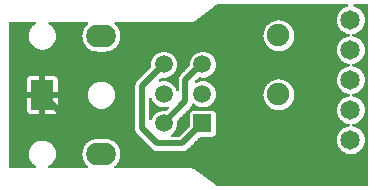
<source format=gbl>
%FSLAX33Y33*%
%MOMM*%
%AMRect-W1500000-H1500000-RO1.500*
21,1,1.5,1.5,0.,0.,90*%
%AMRR-H1920000-W2520000-R960000-RO0.000*
21,1,0.6,1.92,0.,0.,360*
1,1,1.92,-0.3,0.*
1,1,1.92,0.3,0.*
1,1,1.92,0.3,-0.*
1,1,1.92,-0.3,0.*%
%AMRect-W1650000-H1650000-RO1.000*
21,1,1.65,1.65,0.,0.,180*%
%AMRect-W1900000-H1900000-RO1.500*
21,1,1.9,1.9,0.,0.,90*%
%ADD10C,0.0508*%
%ADD11C,0.508*%
%ADD12C,1.5*%
%ADD13Rect-W1500000-H1500000-RO1.500*%
%ADD14R,1.92X2.52*%
%ADD15RR-H1920000-W2520000-R960000-RO0.000*%
%ADD16C,1.65*%
%ADD17Rect-W1650000-H1650000-RO1.000*%
%ADD18C,1.9*%
%ADD19Rect-W1900000-H1900000-RO1.500*%
D10*
%LNpour fill*%
G01*
X30908Y15908D02*
X30908Y15908D01*
X29745Y15908*
X29727Y15803*
X30007Y15705*
X30007Y15705*
X30240Y15559*
X30240Y15559*
X30434Y15365*
X30434Y15365*
X30580Y15132*
X30580Y15132*
X30671Y14873*
X30671Y14873*
X30701Y14600*
X30701Y14600*
X30671Y14327*
X30671Y14327*
X30580Y14068*
X30580Y14068*
X30434Y13835*
X30434Y13835*
X30240Y13641*
X30240Y13641*
X30007Y13495*
X30007Y13495*
X29748Y13404*
X29748Y13404*
X29588Y13387*
X29588Y13273*
X29748Y13256*
X29748Y13256*
X30007Y13165*
X30007Y13165*
X30240Y13019*
X30240Y13019*
X30434Y12825*
X30434Y12825*
X30580Y12592*
X30580Y12592*
X30671Y12333*
X30671Y12333*
X30701Y12060*
X30701Y12060*
X30671Y11787*
X30671Y11787*
X30580Y11528*
X30580Y11528*
X30434Y11295*
X30434Y11295*
X30240Y11101*
X30240Y11101*
X30007Y10955*
X30007Y10955*
X29748Y10864*
X29748Y10864*
X29588Y10847*
X29588Y10733*
X29748Y10716*
X29748Y10716*
X30007Y10625*
X30007Y10625*
X30240Y10479*
X30240Y10479*
X30434Y10285*
X30434Y10285*
X30580Y10052*
X30580Y10052*
X30671Y9793*
X30671Y9793*
X30701Y9520*
X30701Y9520*
X30671Y9247*
X30671Y9247*
X30580Y8988*
X30580Y8988*
X30434Y8755*
X30434Y8755*
X30240Y8561*
X30240Y8561*
X30007Y8415*
X30007Y8415*
X29748Y8324*
X29748Y8324*
X29588Y8307*
X29588Y8193*
X29748Y8176*
X29748Y8176*
X30007Y8085*
X30007Y8085*
X30240Y7939*
X30240Y7939*
X30434Y7745*
X30434Y7745*
X30580Y7512*
X30580Y7512*
X30671Y7253*
X30671Y7253*
X30701Y6980*
X30701Y6980*
X30671Y6707*
X30671Y6707*
X30580Y6448*
X30580Y6448*
X30434Y6215*
X30434Y6215*
X30240Y6021*
X30240Y6021*
X30007Y5875*
X30007Y5875*
X29748Y5784*
X29748Y5784*
X29588Y5767*
X29588Y5653*
X29748Y5636*
X29748Y5636*
X30007Y5545*
X30007Y5545*
X30240Y5399*
X30240Y5399*
X30434Y5205*
X30434Y5205*
X30580Y4972*
X30580Y4972*
X30671Y4713*
X30671Y4713*
X30701Y4440*
X30701Y4440*
X30671Y4167*
X30671Y4167*
X30580Y3908*
X30580Y3908*
X30434Y3675*
X30434Y3675*
X30240Y3481*
X30240Y3481*
X30007Y3335*
X30007Y3335*
X29748Y3244*
X29748Y3244*
X29475Y3214*
X29475Y3214*
X29202Y3244*
X29202Y3244*
X28943Y3335*
X28943Y3335*
X28710Y3481*
X28710Y3481*
X28516Y3675*
X28516Y3675*
X28370Y3908*
X28370Y3908*
X28279Y4167*
X28279Y4167*
X28249Y4440*
X28249Y4440*
X28279Y4713*
X28279Y4713*
X28370Y4972*
X28370Y4972*
X28516Y5205*
X28516Y5205*
X28710Y5399*
X28710Y5399*
X28943Y5545*
X28943Y5545*
X29202Y5636*
X29202Y5636*
X29362Y5653*
X29362Y5767*
X29202Y5784*
X29202Y5784*
X28943Y5875*
X28943Y5875*
X28710Y6021*
X28710Y6021*
X28516Y6215*
X28516Y6215*
X28370Y6448*
X28370Y6448*
X28279Y6707*
X28279Y6707*
X28249Y6980*
X28249Y6980*
X28279Y7253*
X28279Y7253*
X28370Y7512*
X28370Y7512*
X28516Y7745*
X28516Y7745*
X28710Y7939*
X28710Y7939*
X28943Y8085*
X28943Y8085*
X29202Y8176*
X29202Y8176*
X29362Y8193*
X29362Y8307*
X29202Y8324*
X29202Y8324*
X28943Y8415*
X28943Y8415*
X28710Y8561*
X28710Y8561*
X28516Y8755*
X28516Y8755*
X28370Y8988*
X28370Y8988*
X28279Y9247*
X28279Y9247*
X28249Y9520*
X28249Y9520*
X28279Y9793*
X28279Y9793*
X28370Y10052*
X28370Y10052*
X28516Y10285*
X28516Y10285*
X28710Y10479*
X28710Y10479*
X28943Y10625*
X28943Y10625*
X29202Y10716*
X29202Y10716*
X29362Y10733*
X29362Y10847*
X29202Y10864*
X29202Y10864*
X28943Y10955*
X28943Y10955*
X28710Y11101*
X28710Y11101*
X28516Y11295*
X28516Y11295*
X28370Y11528*
X28370Y11528*
X28279Y11787*
X28279Y11787*
X28249Y12060*
X28249Y12060*
X28279Y12333*
X28279Y12333*
X28370Y12592*
X28370Y12592*
X28516Y12825*
X28516Y12825*
X28710Y13019*
X28710Y13019*
X28943Y13165*
X28943Y13165*
X29202Y13256*
X29202Y13256*
X29362Y13273*
X29362Y13387*
X29202Y13404*
X29202Y13404*
X28943Y13495*
X28943Y13495*
X28710Y13641*
X28710Y13641*
X28516Y13835*
X28516Y13835*
X28370Y14068*
X28370Y14068*
X28279Y14327*
X28279Y14327*
X28249Y14600*
X28249Y14600*
X28279Y14873*
X28279Y14873*
X28370Y15132*
X28370Y15132*
X28516Y15365*
X28516Y15365*
X28710Y15559*
X28710Y15559*
X28943Y15705*
X28943Y15705*
X29223Y15803*
X29205Y15908*
X18197Y15908*
X16355Y14527*
X16355Y14527*
X16341Y14518*
X16329Y14508*
X16329Y14508*
X16292Y14488*
X16256Y14466*
X16256Y14466*
X16241Y14461*
X16226Y14453*
X16226Y14453*
X16186Y14441*
X16147Y14427*
X16147Y14427*
X16131Y14424*
X16115Y14420*
X16115Y14420*
X16074Y14416*
X16032Y14409*
X16032Y14409*
X16016Y14410*
X16000Y14408*
X16000Y14408*
X9513Y14408*
X9485Y14320*
X9524Y14292*
X9524Y14292*
X9692Y14124*
X9692Y14124*
X9828Y13930*
X9828Y13930*
X9928Y13715*
X9928Y13715*
X9990Y13486*
X9990Y13486*
X10010Y13250*
X10010Y13250*
X9990Y13014*
X9990Y13014*
X9928Y12785*
X9928Y12785*
X9828Y12570*
X9828Y12570*
X9692Y12376*
X9692Y12376*
X9524Y12208*
X9524Y12208*
X9330Y12072*
X9330Y12072*
X9115Y11972*
X9115Y11972*
X8886Y11910*
X8886Y11910*
X8650Y11890*
X8650Y11890*
X8050Y11890*
X8050Y11890*
X7814Y11910*
X7814Y11910*
X7585Y11972*
X7585Y11972*
X7370Y12072*
X7370Y12072*
X7176Y12208*
X7176Y12208*
X7008Y12376*
X7008Y12376*
X6872Y12570*
X6872Y12570*
X6772Y12785*
X6772Y12785*
X6710Y13014*
X6710Y13014*
X6690Y13250*
X6690Y13250*
X6710Y13486*
X6710Y13486*
X6772Y13715*
X6772Y13715*
X6872Y13930*
X6872Y13930*
X7008Y14124*
X7008Y14124*
X7176Y14292*
X7176Y14292*
X7215Y14320*
X7187Y14408*
X3916Y14408*
X3893Y14312*
X4032Y14239*
X4032Y14239*
X4249Y14047*
X4249Y14047*
X4414Y13808*
X4414Y13808*
X4516Y13537*
X4516Y13537*
X4551Y13250*
X4551Y13250*
X4516Y12963*
X4516Y12963*
X4414Y12692*
X4414Y12692*
X4249Y12453*
X4249Y12453*
X4032Y12261*
X4032Y12261*
X3776Y12127*
X3776Y12127*
X3495Y12058*
X3495Y12058*
X3205Y12058*
X3205Y12058*
X2924Y12127*
X2924Y12127*
X2668Y12261*
X2668Y12261*
X2451Y12453*
X2451Y12453*
X2286Y12692*
X2286Y12692*
X2184Y12963*
X2184Y12963*
X2149Y13250*
X2149Y13250*
X2184Y13537*
X2184Y13537*
X2286Y13808*
X2286Y13808*
X2451Y14047*
X2451Y14047*
X2668Y14239*
X2668Y14239*
X2807Y14312*
X2784Y14408*
X0592Y14408*
X0592Y2092*
X2784Y2092*
X2807Y2188*
X2668Y2261*
X2668Y2261*
X2451Y2453*
X2451Y2453*
X2286Y2692*
X2286Y2692*
X2184Y2963*
X2184Y2963*
X2149Y3250*
X2149Y3250*
X2184Y3537*
X2184Y3537*
X2286Y3808*
X2286Y3808*
X2451Y4047*
X2451Y4047*
X2668Y4239*
X2668Y4239*
X2924Y4373*
X2924Y4373*
X3205Y4442*
X3205Y4442*
X3495Y4442*
X3495Y4442*
X3776Y4373*
X3776Y4373*
X4032Y4239*
X4032Y4239*
X4249Y4047*
X4249Y4047*
X4414Y3808*
X4414Y3808*
X4516Y3537*
X4516Y3537*
X4551Y3250*
X4551Y3250*
X4516Y2963*
X4516Y2963*
X4414Y2692*
X4414Y2692*
X4249Y2453*
X4249Y2453*
X4032Y2261*
X4032Y2261*
X3893Y2188*
X3916Y2092*
X7187Y2092*
X7215Y2180*
X7176Y2208*
X7176Y2208*
X7008Y2376*
X7008Y2376*
X6872Y2570*
X6872Y2570*
X6772Y2785*
X6772Y2785*
X6710Y3014*
X6710Y3014*
X6690Y3250*
X6690Y3250*
X6710Y3486*
X6710Y3486*
X6772Y3715*
X6772Y3715*
X6872Y3930*
X6872Y3930*
X7008Y4124*
X7008Y4124*
X7176Y4292*
X7176Y4292*
X7370Y4428*
X7370Y4428*
X7585Y4528*
X7585Y4528*
X7814Y4590*
X7814Y4590*
X8050Y4610*
X8050Y4610*
X8650Y4610*
X8650Y4610*
X8886Y4590*
X8886Y4590*
X9115Y4528*
X9115Y4528*
X9330Y4428*
X9330Y4428*
X9524Y4292*
X9524Y4292*
X9692Y4124*
X9692Y4124*
X9828Y3930*
X9828Y3930*
X9928Y3715*
X9928Y3715*
X9990Y3486*
X9990Y3486*
X10010Y3250*
X10010Y3250*
X9990Y3014*
X9990Y3014*
X9928Y2785*
X9928Y2785*
X9828Y2570*
X9828Y2570*
X9692Y2376*
X9692Y2376*
X9524Y2208*
X9524Y2208*
X9485Y2180*
X9513Y2092*
X16000Y2092*
X16000Y2092*
X16016Y2090*
X16032Y2091*
X16032Y2091*
X16074Y2084*
X16115Y2080*
X16115Y2080*
X16131Y2076*
X16147Y2073*
X16147Y2073*
X16186Y2059*
X16226Y2047*
X16226Y2047*
X16241Y2039*
X16256Y2034*
X16256Y2034*
X16292Y2012*
X16329Y1992*
X16329Y1992*
X16341Y1982*
X16355Y1973*
X16355Y1973*
X18197Y0592*
X30908Y0592*
X30908Y15908*
X23375Y11924D02*
X23074Y11958D01*
X22789Y12058*
X22533Y12219*
X22319Y12433*
X22158Y12689*
X22058Y12974*
X22024Y13275*
X22058Y13576*
X22158Y13861*
X22319Y14117*
X22533Y14331*
X22789Y14492*
X23074Y14592*
X23375Y14626*
X23676Y14592*
X23961Y14492*
X24217Y14331*
X24431Y14117*
X24592Y13861*
X24692Y13576*
X24726Y13275*
X24692Y12974*
X24592Y12689*
X24431Y12433*
X24217Y12219*
X23961Y12058*
X23676Y11958*
X23375Y11924*
X15250Y3470D02*
X13100Y3470D01*
X12972Y3483*
X12849Y3520*
X12736Y3580*
X12637Y3662*
X11337Y4962*
X11255Y5061*
X11195Y5174*
X11158Y5297*
X11145Y5425*
X11145Y8975*
X11158Y9103*
X11195Y9226*
X11255Y9339*
X11337Y9438*
X12523Y10625*
X12499Y10825*
X12532Y11100*
X12631Y11360*
X12788Y11588*
X12996Y11772*
X13242Y11901*
X13511Y11968*
X13789Y11968*
X14058Y11901*
X14304Y11772*
X14512Y11588*
X14669Y11360*
X14768Y11100*
X14801Y10825*
X14768Y10550*
X14669Y10290*
X14512Y10062*
X14304Y9878*
X14058Y9749*
X13789Y9682*
X13511Y9682*
X13449Y9698*
X13250Y9499*
X13298Y9415*
X13511Y9468*
X13789Y9468*
X14058Y9401*
X14304Y9272*
X14512Y9088*
X14669Y8860*
X14741Y8671*
X14845Y8690*
X14845Y9525*
X14858Y9653*
X14895Y9776*
X14955Y9889*
X15037Y9988*
X15807Y10758*
X15799Y10825*
X15832Y11100*
X15931Y11360*
X16088Y11588*
X16296Y11772*
X16542Y11901*
X16811Y11968*
X17089Y11968*
X17358Y11901*
X17604Y11772*
X17812Y11588*
X17969Y11360*
X18068Y11100*
X18101Y10825*
X18068Y10550*
X17969Y10290*
X17812Y10062*
X17604Y9878*
X17358Y9749*
X17089Y9682*
X16811Y9682*
X16629Y9727*
X16295Y9393*
X16359Y9305*
X16542Y9401*
X16811Y9468*
X17089Y9468*
X17358Y9401*
X17604Y9272*
X17812Y9088*
X17969Y8860*
X18068Y8600*
X18101Y8325*
X18068Y8050*
X17969Y7790*
X17812Y7562*
X17604Y7378*
X17358Y7249*
X17089Y7182*
X16811Y7182*
X16542Y7249*
X16296Y7378*
X16134Y7521*
X16105Y7424*
X16045Y7311*
X15963Y7212*
X14777Y6025*
X14801Y5825*
X14768Y5550*
X14669Y5290*
X14512Y5062*
X14286Y4862*
X14317Y4780*
X14979Y4780*
X15799Y5600*
X15799Y6575*
X15804Y6638*
X15819Y6699*
X15843Y6757*
X15876Y6811*
X15916Y6859*
X15964Y6899*
X16018Y6932*
X16076Y6956*
X16137Y6971*
X16200Y6976*
X17700Y6976*
X17763Y6971*
X17824Y6956*
X17882Y6932*
X17936Y6899*
X17984Y6859*
X18024Y6811*
X18057Y6757*
X18081Y6699*
X18096Y6638*
X18101Y6575*
X18101Y5075*
X18096Y5012*
X18081Y4951*
X18057Y4893*
X18024Y4839*
X17984Y4791*
X17936Y4751*
X17882Y4718*
X17824Y4694*
X17763Y4679*
X17700Y4674*
X16725Y4674*
X15713Y3662*
X15614Y3580*
X15501Y3520*
X15378Y3483*
X15250Y3470*
X4310Y6589D02*
X3550Y6589D01*
X3550Y7090*
X3150Y7090*
X3150Y6589*
X2390Y6589*
X2327Y6594*
X2266Y6609*
X2208Y6633*
X2154Y6666*
X2106Y6706*
X2066Y6754*
X2033Y6808*
X2009Y6866*
X1994Y6927*
X1989Y6990*
X1989Y8050*
X2490Y8050*
X2490Y8450*
X1989Y8450*
X1989Y9510*
X1994Y9573*
X2009Y9634*
X2033Y9692*
X2066Y9746*
X2106Y9794*
X2154Y9834*
X2208Y9867*
X2266Y9891*
X2327Y9906*
X2390Y9911*
X3150Y9911*
X3150Y9410*
X3550Y9410*
X3550Y9911*
X4310Y9911*
X4373Y9906*
X4434Y9891*
X4492Y9867*
X4546Y9834*
X4594Y9794*
X4634Y9746*
X4667Y9692*
X4691Y9634*
X4706Y9573*
X4711Y9510*
X4711Y8450*
X4210Y8450*
X4210Y8050*
X4711Y8050*
X4711Y6990*
X4706Y6927*
X4691Y6866*
X4667Y6808*
X4634Y6754*
X4594Y6706*
X4546Y6666*
X4492Y6633*
X4434Y6609*
X4373Y6594*
X4310Y6589*
X23375Y6924D02*
X23074Y6958D01*
X22789Y7058*
X22533Y7219*
X22319Y7433*
X22158Y7689*
X22058Y7974*
X22024Y8275*
X22058Y8576*
X22158Y8861*
X22319Y9117*
X22533Y9331*
X22789Y9492*
X23074Y9592*
X23375Y9626*
X23676Y9592*
X23961Y9492*
X24217Y9331*
X24431Y9117*
X24592Y8861*
X24692Y8576*
X24726Y8275*
X24692Y7974*
X24592Y7689*
X24431Y7433*
X24217Y7219*
X23961Y7058*
X23676Y6958*
X23375Y6924*
X8495Y7058D02*
X8205Y7058D01*
X7924Y7127*
X7668Y7262*
X7451Y7454*
X7287Y7692*
X7184Y7963*
X7149Y8250*
X7184Y8537*
X7287Y8808*
X7451Y9046*
X7668Y9238*
X7924Y9373*
X8205Y9442*
X8495Y9442*
X8776Y9373*
X9032Y9238*
X9249Y9046*
X9413Y8808*
X9516Y8537*
X9551Y8250*
X9516Y7963*
X9413Y7692*
X9249Y7454*
X9032Y7262*
X8776Y7127*
X8495Y7058*
X18131Y0641D02*
X30909Y0641D01*
X18065Y0691D02*
X30909Y0691D01*
X17999Y0740D02*
X30909Y0740D01*
X17933Y0790D02*
X30909Y0790D01*
X17867Y0839D02*
X30909Y0839D01*
X17801Y0889D02*
X30909Y0889D01*
X17735Y0938D02*
X30909Y0938D01*
X17669Y0988D02*
X30909Y0988D01*
X17603Y1037D02*
X30909Y1037D01*
X17537Y1087D02*
X30909Y1087D01*
X17471Y1136D02*
X30909Y1136D01*
X17405Y1186D02*
X30909Y1186D01*
X17339Y1235D02*
X30909Y1235D01*
X17273Y1285D02*
X30909Y1285D01*
X17207Y1334D02*
X30909Y1334D01*
X17141Y1384D02*
X30909Y1384D01*
X17074Y1434D02*
X30909Y1434D01*
X17008Y1483D02*
X30909Y1483D01*
X16942Y1533D02*
X30909Y1533D01*
X16876Y1582D02*
X30909Y1582D01*
X16810Y1632D02*
X30909Y1632D01*
X16744Y1681D02*
X30909Y1681D01*
X16678Y1731D02*
X30909Y1731D01*
X16612Y1780D02*
X30909Y1780D01*
X16546Y1830D02*
X30909Y1830D01*
X16480Y1879D02*
X30909Y1879D01*
X16414Y1929D02*
X30909Y1929D01*
X16346Y1978D02*
X30909Y1978D01*
X16265Y2028D02*
X30909Y2028D01*
X16124Y2077D02*
X30909Y2077D01*
X0592Y2127D02*
X2793Y2127D01*
X3907Y2127D02*
X7199Y2127D01*
X9501Y2127D02*
X30909Y2127D01*
X0592Y2176D02*
X2805Y2176D01*
X3895Y2176D02*
X7214Y2176D01*
X9486Y2176D02*
X30909Y2176D01*
X0592Y2226D02*
X2736Y2226D01*
X3964Y2226D02*
X7158Y2226D01*
X9542Y2226D02*
X30909Y2226D01*
X0592Y2276D02*
X2652Y2276D01*
X4048Y2276D02*
X7108Y2276D01*
X9592Y2276D02*
X30909Y2276D01*
X0592Y2325D02*
X2596Y2325D01*
X4104Y2325D02*
X7059Y2325D01*
X9641Y2325D02*
X30909Y2325D01*
X0592Y2375D02*
X2540Y2375D01*
X4160Y2375D02*
X7009Y2375D01*
X9691Y2375D02*
X30909Y2375D01*
X0592Y2424D02*
X2484Y2424D01*
X4216Y2424D02*
X6974Y2424D01*
X9726Y2424D02*
X30909Y2424D01*
X0592Y2474D02*
X2437Y2474D01*
X4263Y2474D02*
X6940Y2474D01*
X9760Y2474D02*
X30909Y2474D01*
X0592Y2523D02*
X2403Y2523D01*
X4297Y2523D02*
X6905Y2523D01*
X9795Y2523D02*
X30909Y2523D01*
X0592Y2573D02*
X2369Y2573D01*
X4331Y2573D02*
X6871Y2573D01*
X9829Y2573D02*
X30909Y2573D01*
X0592Y2622D02*
X2335Y2622D01*
X4365Y2622D02*
X6848Y2622D01*
X9852Y2622D02*
X30909Y2622D01*
X0592Y2672D02*
X2300Y2672D01*
X4400Y2672D02*
X6825Y2672D01*
X9875Y2672D02*
X30909Y2672D01*
X0592Y2721D02*
X2275Y2721D01*
X4425Y2721D02*
X6802Y2721D01*
X9898Y2721D02*
X30909Y2721D01*
X0592Y2771D02*
X2257Y2771D01*
X4443Y2771D02*
X6779Y2771D01*
X9921Y2771D02*
X30909Y2771D01*
X0592Y2820D02*
X2238Y2820D01*
X4462Y2820D02*
X6763Y2820D01*
X9937Y2820D02*
X30909Y2820D01*
X0592Y2870D02*
X2219Y2870D01*
X4481Y2870D02*
X6749Y2870D01*
X9951Y2870D02*
X30909Y2870D01*
X0592Y2919D02*
X2200Y2919D01*
X4500Y2919D02*
X6736Y2919D01*
X9964Y2919D02*
X30909Y2919D01*
X0592Y2969D02*
X2183Y2969D01*
X4517Y2969D02*
X6723Y2969D01*
X9977Y2969D02*
X30909Y2969D01*
X0592Y3018D02*
X2177Y3018D01*
X4523Y3018D02*
X6710Y3018D01*
X9990Y3018D02*
X30909Y3018D01*
X0592Y3068D02*
X2171Y3068D01*
X4529Y3068D02*
X6706Y3068D01*
X9994Y3068D02*
X30909Y3068D01*
X0592Y3118D02*
X2165Y3118D01*
X4535Y3118D02*
X6702Y3118D01*
X9998Y3118D02*
X30909Y3118D01*
X0592Y3167D02*
X2159Y3167D01*
X4541Y3167D02*
X6697Y3167D01*
X10003Y3167D02*
X30909Y3167D01*
X0592Y3217D02*
X2153Y3217D01*
X4547Y3217D02*
X6693Y3217D01*
X10007Y3217D02*
X29452Y3217D01*
X29498Y3217D02*
X30909Y3217D01*
X0592Y3266D02*
X2151Y3266D01*
X4549Y3266D02*
X6691Y3266D01*
X10009Y3266D02*
X29141Y3266D01*
X29809Y3266D02*
X30909Y3266D01*
X0592Y3316D02*
X2157Y3316D01*
X4543Y3316D02*
X6696Y3316D01*
X10004Y3316D02*
X29000Y3316D01*
X29950Y3316D02*
X30909Y3316D01*
X0592Y3365D02*
X2163Y3365D01*
X4537Y3365D02*
X6700Y3365D01*
X10000Y3365D02*
X28896Y3365D01*
X30054Y3365D02*
X30909Y3365D01*
X0592Y3415D02*
X2169Y3415D01*
X4531Y3415D02*
X6704Y3415D01*
X9996Y3415D02*
X28817Y3415D01*
X30133Y3415D02*
X30909Y3415D01*
X0592Y3464D02*
X2175Y3464D01*
X4525Y3464D02*
X6709Y3464D01*
X9991Y3464D02*
X28738Y3464D01*
X30212Y3464D02*
X30909Y3464D01*
X0592Y3514D02*
X2181Y3514D01*
X4519Y3514D02*
X6718Y3514D01*
X9982Y3514D02*
X12869Y3514D01*
X15481Y3514D02*
X28678Y3514D01*
X30272Y3514D02*
X30909Y3514D01*
X0592Y3563D02*
X2194Y3563D01*
X4506Y3563D02*
X6731Y3563D01*
X9969Y3563D02*
X12768Y3563D01*
X15582Y3563D02*
X28629Y3563D01*
X30321Y3563D02*
X30909Y3563D01*
X0592Y3613D02*
X2212Y3613D01*
X4488Y3613D02*
X6745Y3613D01*
X9955Y3613D02*
X12696Y3613D01*
X15654Y3613D02*
X28579Y3613D01*
X30371Y3613D02*
X30909Y3613D01*
X0592Y3662D02*
X2231Y3662D01*
X4469Y3662D02*
X6758Y3662D01*
X9942Y3662D02*
X12636Y3662D01*
X15714Y3662D02*
X28530Y3662D01*
X30420Y3662D02*
X30909Y3662D01*
X0592Y3712D02*
X2250Y3712D01*
X4450Y3712D02*
X6771Y3712D01*
X9929Y3712D02*
X12586Y3712D01*
X15764Y3712D02*
X28494Y3712D01*
X30456Y3712D02*
X30909Y3712D01*
X0592Y3761D02*
X2269Y3761D01*
X4431Y3761D02*
X6794Y3761D01*
X9906Y3761D02*
X12537Y3761D01*
X15813Y3761D02*
X28463Y3761D01*
X30487Y3761D02*
X30909Y3761D01*
X0592Y3811D02*
X2289Y3811D01*
X4411Y3811D02*
X6817Y3811D01*
X9883Y3811D02*
X12487Y3811D01*
X15863Y3811D02*
X28431Y3811D01*
X30519Y3811D02*
X30909Y3811D01*
X0592Y3860D02*
X2323Y3860D01*
X4377Y3860D02*
X6840Y3860D01*
X9860Y3860D02*
X12438Y3860D01*
X15912Y3860D02*
X28400Y3860D01*
X30550Y3860D02*
X30909Y3860D01*
X0592Y3910D02*
X2357Y3910D01*
X4343Y3910D02*
X6863Y3910D01*
X9837Y3910D02*
X12388Y3910D01*
X15962Y3910D02*
X28370Y3910D01*
X30580Y3910D02*
X30909Y3910D01*
X0592Y3960D02*
X2391Y3960D01*
X4309Y3960D02*
X6893Y3960D01*
X9807Y3960D02*
X12339Y3960D01*
X16011Y3960D02*
X28352Y3960D01*
X30598Y3960D02*
X30909Y3960D01*
X0592Y4009D02*
X2425Y4009D01*
X4275Y4009D02*
X6928Y4009D01*
X9772Y4009D02*
X12289Y4009D01*
X16061Y4009D02*
X28335Y4009D01*
X30615Y4009D02*
X30909Y4009D01*
X0592Y4059D02*
X2465Y4059D01*
X4235Y4059D02*
X6962Y4059D01*
X9738Y4059D02*
X12240Y4059D01*
X16110Y4059D02*
X28318Y4059D01*
X30632Y4059D02*
X30909Y4059D01*
X0592Y4108D02*
X2521Y4108D01*
X4179Y4108D02*
X6997Y4108D01*
X9703Y4108D02*
X12190Y4108D01*
X16160Y4108D02*
X28300Y4108D01*
X30650Y4108D02*
X30909Y4108D01*
X0592Y4158D02*
X2577Y4158D01*
X4123Y4158D02*
X7042Y4158D01*
X9658Y4158D02*
X12141Y4158D01*
X16209Y4158D02*
X28283Y4158D01*
X30667Y4158D02*
X30909Y4158D01*
X0592Y4207D02*
X2633Y4207D01*
X4067Y4207D02*
X7091Y4207D01*
X9609Y4207D02*
X12091Y4207D01*
X16259Y4207D02*
X28275Y4207D01*
X30675Y4207D02*
X30909Y4207D01*
X0592Y4257D02*
X2703Y4257D01*
X3997Y4257D02*
X7141Y4257D01*
X9559Y4257D02*
X12042Y4257D01*
X16308Y4257D02*
X28270Y4257D01*
X30680Y4257D02*
X30909Y4257D01*
X0592Y4306D02*
X2797Y4306D01*
X3903Y4306D02*
X7196Y4306D01*
X9504Y4306D02*
X11992Y4306D01*
X16358Y4306D02*
X28264Y4306D01*
X30686Y4306D02*
X30909Y4306D01*
X0592Y4356D02*
X2891Y4356D01*
X3809Y4356D02*
X7267Y4356D01*
X9433Y4356D02*
X11943Y4356D01*
X16407Y4356D02*
X28258Y4356D01*
X30692Y4356D02*
X30909Y4356D01*
X0592Y4405D02*
X3055Y4405D01*
X3645Y4405D02*
X7338Y4405D01*
X9362Y4405D02*
X11893Y4405D01*
X16457Y4405D02*
X28253Y4405D01*
X30697Y4405D02*
X30909Y4405D01*
X0592Y4455D02*
X7428Y4455D01*
X9272Y4455D02*
X11843Y4455D01*
X16507Y4455D02*
X28251Y4455D01*
X30699Y4455D02*
X30909Y4455D01*
X0592Y4504D02*
X7534Y4504D01*
X9166Y4504D02*
X11794Y4504D01*
X16556Y4504D02*
X28256Y4504D01*
X30694Y4504D02*
X30909Y4504D01*
X0592Y4554D02*
X7682Y4554D01*
X9018Y4554D02*
X11744Y4554D01*
X16606Y4554D02*
X28262Y4554D01*
X30688Y4554D02*
X30909Y4554D01*
X0592Y4603D02*
X7975Y4603D01*
X8725Y4603D02*
X11695Y4603D01*
X16655Y4603D02*
X28267Y4603D01*
X30683Y4603D02*
X30909Y4603D01*
X0592Y4653D02*
X11645Y4653D01*
X16705Y4653D02*
X28273Y4653D01*
X30677Y4653D02*
X30909Y4653D01*
X0592Y4702D02*
X11596Y4702D01*
X17846Y4702D02*
X28279Y4702D01*
X30671Y4702D02*
X30909Y4702D01*
X0592Y4752D02*
X11546Y4752D01*
X17938Y4752D02*
X28293Y4752D01*
X30657Y4752D02*
X30909Y4752D01*
X0592Y4802D02*
X11497Y4802D01*
X14309Y4802D02*
X15000Y4802D01*
X17993Y4802D02*
X28311Y4802D01*
X30639Y4802D02*
X30909Y4802D01*
X0592Y4851D02*
X11447Y4851D01*
X14290Y4851D02*
X15049Y4851D01*
X18032Y4851D02*
X28328Y4851D01*
X30622Y4851D02*
X30909Y4851D01*
X0592Y4901D02*
X11398Y4901D01*
X14330Y4901D02*
X15099Y4901D01*
X18061Y4901D02*
X28345Y4901D01*
X30605Y4901D02*
X30909Y4901D01*
X0592Y4950D02*
X11348Y4950D01*
X14386Y4950D02*
X15148Y4950D01*
X18081Y4950D02*
X28363Y4950D01*
X30587Y4950D02*
X30909Y4950D01*
X0592Y5000D02*
X11305Y5000D01*
X14442Y5000D02*
X15198Y5000D01*
X18093Y5000D02*
X28388Y5000D01*
X30562Y5000D02*
X30909Y5000D01*
X0592Y5049D02*
X11265Y5049D01*
X14498Y5049D02*
X15248Y5049D01*
X18099Y5049D02*
X28419Y5049D01*
X30531Y5049D02*
X30909Y5049D01*
X0592Y5099D02*
X11235Y5099D01*
X14537Y5099D02*
X15297Y5099D01*
X18101Y5099D02*
X28450Y5099D01*
X30500Y5099D02*
X30909Y5099D01*
X0592Y5148D02*
X11209Y5148D01*
X14572Y5148D02*
X15347Y5148D01*
X18101Y5148D02*
X28481Y5148D01*
X30469Y5148D02*
X30909Y5148D01*
X0592Y5198D02*
X11187Y5198D01*
X14606Y5198D02*
X15396Y5198D01*
X18101Y5198D02*
X28512Y5198D01*
X30438Y5198D02*
X30909Y5198D01*
X0592Y5247D02*
X11172Y5247D01*
X14640Y5247D02*
X15446Y5247D01*
X18101Y5247D02*
X28559Y5247D01*
X30391Y5247D02*
X30909Y5247D01*
X0592Y5297D02*
X11157Y5297D01*
X14672Y5297D02*
X15495Y5297D01*
X18101Y5297D02*
X28609Y5297D01*
X30341Y5297D02*
X30909Y5297D01*
X0592Y5346D02*
X11152Y5346D01*
X14691Y5346D02*
X15545Y5346D01*
X18101Y5346D02*
X28658Y5346D01*
X30292Y5346D02*
X30909Y5346D01*
X0592Y5396D02*
X11148Y5396D01*
X14710Y5396D02*
X15594Y5396D01*
X18101Y5396D02*
X28708Y5396D01*
X30242Y5396D02*
X30909Y5396D01*
X0592Y5445D02*
X11145Y5445D01*
X14728Y5445D02*
X15644Y5445D01*
X18101Y5445D02*
X28785Y5445D01*
X30165Y5445D02*
X30909Y5445D01*
X0592Y5495D02*
X11145Y5495D01*
X14747Y5495D02*
X15693Y5495D01*
X18101Y5495D02*
X28864Y5495D01*
X30086Y5495D02*
X30909Y5495D01*
X0592Y5545D02*
X11145Y5545D01*
X14766Y5545D02*
X15743Y5545D01*
X18101Y5545D02*
X28943Y5545D01*
X30007Y5545D02*
X30909Y5545D01*
X0592Y5594D02*
X11145Y5594D01*
X14773Y5594D02*
X15792Y5594D01*
X18101Y5594D02*
X29084Y5594D01*
X29866Y5594D02*
X30909Y5594D01*
X0592Y5644D02*
X11145Y5644D01*
X14779Y5644D02*
X15799Y5644D01*
X18101Y5644D02*
X29276Y5644D01*
X29674Y5644D02*
X30909Y5644D01*
X0592Y5693D02*
X11145Y5693D01*
X14785Y5693D02*
X15799Y5693D01*
X18101Y5693D02*
X29362Y5693D01*
X29588Y5693D02*
X30909Y5693D01*
X0592Y5743D02*
X11145Y5743D01*
X14791Y5743D02*
X15799Y5743D01*
X18101Y5743D02*
X29362Y5743D01*
X29588Y5743D02*
X30909Y5743D01*
X0592Y5792D02*
X11145Y5792D01*
X14797Y5792D02*
X15799Y5792D01*
X18101Y5792D02*
X29181Y5792D01*
X29769Y5792D02*
X30909Y5792D01*
X0592Y5842D02*
X11145Y5842D01*
X14799Y5842D02*
X15799Y5842D01*
X18101Y5842D02*
X29039Y5842D01*
X29911Y5842D02*
X30909Y5842D01*
X0592Y5891D02*
X11145Y5891D01*
X14793Y5891D02*
X15799Y5891D01*
X18101Y5891D02*
X28918Y5891D01*
X30032Y5891D02*
X30909Y5891D01*
X0592Y5941D02*
X11145Y5941D01*
X14787Y5941D02*
X15799Y5941D01*
X18101Y5941D02*
X28839Y5941D01*
X30111Y5941D02*
X30909Y5941D01*
X0592Y5990D02*
X11145Y5990D01*
X14781Y5990D02*
X15799Y5990D01*
X18101Y5990D02*
X28760Y5990D01*
X30190Y5990D02*
X30909Y5990D01*
X0592Y6040D02*
X11145Y6040D01*
X14791Y6040D02*
X15799Y6040D01*
X18101Y6040D02*
X28692Y6040D01*
X30258Y6040D02*
X30909Y6040D01*
X0592Y6089D02*
X11145Y6089D01*
X14841Y6089D02*
X15799Y6089D01*
X18101Y6089D02*
X28643Y6089D01*
X30307Y6089D02*
X30909Y6089D01*
X0592Y6139D02*
X11145Y6139D01*
X14891Y6139D02*
X15799Y6139D01*
X18101Y6139D02*
X28593Y6139D01*
X30357Y6139D02*
X30909Y6139D01*
X0592Y6188D02*
X11145Y6188D01*
X14940Y6188D02*
X15799Y6188D01*
X18101Y6188D02*
X28544Y6188D01*
X30406Y6188D02*
X30909Y6188D01*
X0592Y6238D02*
X11145Y6238D01*
X14990Y6238D02*
X15799Y6238D01*
X18101Y6238D02*
X28502Y6238D01*
X30448Y6238D02*
X30909Y6238D01*
X0592Y6287D02*
X11145Y6287D01*
X15039Y6287D02*
X15799Y6287D01*
X18101Y6287D02*
X28471Y6287D01*
X30479Y6287D02*
X30909Y6287D01*
X0592Y6337D02*
X11145Y6337D01*
X15089Y6337D02*
X15799Y6337D01*
X18101Y6337D02*
X28440Y6337D01*
X30510Y6337D02*
X30909Y6337D01*
X0592Y6387D02*
X11145Y6387D01*
X15138Y6387D02*
X15799Y6387D01*
X18101Y6387D02*
X28409Y6387D01*
X30541Y6387D02*
X30909Y6387D01*
X0592Y6436D02*
X11145Y6436D01*
X15188Y6436D02*
X15799Y6436D01*
X18101Y6436D02*
X28378Y6436D01*
X30572Y6436D02*
X30909Y6436D01*
X0592Y6486D02*
X11145Y6486D01*
X15237Y6486D02*
X15799Y6486D01*
X18101Y6486D02*
X28357Y6486D01*
X30593Y6486D02*
X30909Y6486D01*
X0592Y6535D02*
X11145Y6535D01*
X15287Y6535D02*
X15799Y6535D01*
X18101Y6535D02*
X28340Y6535D01*
X30610Y6535D02*
X30909Y6535D01*
X0592Y6585D02*
X11145Y6585D01*
X15336Y6585D02*
X15800Y6585D01*
X18100Y6585D02*
X28323Y6585D01*
X30627Y6585D02*
X30909Y6585D01*
X0592Y6634D02*
X2205Y6634D01*
X3150Y6634D02*
X3550Y6634D01*
X4495Y6634D02*
X11145Y6634D01*
X15386Y6634D02*
X15803Y6634D01*
X18097Y6634D02*
X28305Y6634D01*
X30645Y6634D02*
X30909Y6634D01*
X0592Y6684D02*
X2133Y6684D01*
X3150Y6684D02*
X3550Y6684D01*
X4567Y6684D02*
X11145Y6684D01*
X15435Y6684D02*
X15815Y6684D01*
X18085Y6684D02*
X28288Y6684D01*
X30662Y6684D02*
X30909Y6684D01*
X0592Y6733D02*
X2083Y6733D01*
X3150Y6733D02*
X3550Y6733D01*
X4617Y6733D02*
X11145Y6733D01*
X15485Y6733D02*
X15833Y6733D01*
X18067Y6733D02*
X28277Y6733D01*
X30673Y6733D02*
X30909Y6733D01*
X0592Y6783D02*
X2048Y6783D01*
X3150Y6783D02*
X3550Y6783D01*
X4652Y6783D02*
X11145Y6783D01*
X15534Y6783D02*
X15858Y6783D01*
X18042Y6783D02*
X28271Y6783D01*
X30679Y6783D02*
X30909Y6783D01*
X0592Y6832D02*
X2022Y6832D01*
X3150Y6832D02*
X3550Y6832D01*
X4678Y6832D02*
X11145Y6832D01*
X15584Y6832D02*
X15894Y6832D01*
X18006Y6832D02*
X28266Y6832D01*
X30684Y6832D02*
X30909Y6832D01*
X0592Y6882D02*
X2005Y6882D01*
X3150Y6882D02*
X3550Y6882D01*
X4695Y6882D02*
X11145Y6882D01*
X15633Y6882D02*
X15943Y6882D01*
X17957Y6882D02*
X28260Y6882D01*
X30690Y6882D02*
X30909Y6882D01*
X0592Y6931D02*
X1993Y6931D01*
X3150Y6931D02*
X3550Y6931D01*
X4707Y6931D02*
X11145Y6931D01*
X15683Y6931D02*
X16016Y6931D01*
X17884Y6931D02*
X23308Y6931D01*
X23442Y6931D02*
X28254Y6931D01*
X30696Y6931D02*
X30909Y6931D01*
X0592Y6981D02*
X1989Y6981D01*
X3150Y6981D02*
X3550Y6981D01*
X4711Y6981D02*
X11145Y6981D01*
X15733Y6981D02*
X23008Y6981D01*
X23742Y6981D02*
X28249Y6981D01*
X30701Y6981D02*
X30909Y6981D01*
X0592Y7030D02*
X1989Y7030D01*
X3150Y7030D02*
X3550Y7030D01*
X4711Y7030D02*
X11145Y7030D01*
X15782Y7030D02*
X22866Y7030D01*
X23884Y7030D02*
X28255Y7030D01*
X30695Y7030D02*
X30909Y7030D01*
X0592Y7080D02*
X1989Y7080D01*
X3150Y7080D02*
X3550Y7080D01*
X4711Y7080D02*
X8114Y7080D01*
X8586Y7080D02*
X11145Y7080D01*
X15832Y7080D02*
X22753Y7080D01*
X23997Y7080D02*
X28260Y7080D01*
X30690Y7080D02*
X30909Y7080D01*
X0592Y7129D02*
X1989Y7129D01*
X4711Y7129D02*
X7919Y7129D01*
X8781Y7129D02*
X11145Y7129D01*
X15881Y7129D02*
X22674Y7129D01*
X24076Y7129D02*
X28266Y7129D01*
X30684Y7129D02*
X30909Y7129D01*
X0592Y7179D02*
X1989Y7179D01*
X4711Y7179D02*
X7825Y7179D01*
X8875Y7179D02*
X11145Y7179D01*
X15931Y7179D02*
X22595Y7179D01*
X24155Y7179D02*
X28271Y7179D01*
X30679Y7179D02*
X30909Y7179D01*
X0592Y7229D02*
X1989Y7229D01*
X4711Y7229D02*
X7730Y7229D01*
X8970Y7229D02*
X11145Y7229D01*
X15977Y7229D02*
X16623Y7229D01*
X17277Y7229D02*
X22523Y7229D01*
X24227Y7229D02*
X28277Y7229D01*
X30673Y7229D02*
X30909Y7229D01*
X0592Y7278D02*
X1989Y7278D01*
X4711Y7278D02*
X7649Y7278D01*
X9051Y7278D02*
X11145Y7278D01*
X16018Y7278D02*
X16486Y7278D01*
X17414Y7278D02*
X22473Y7278D01*
X24277Y7278D02*
X28289Y7278D01*
X30661Y7278D02*
X30909Y7278D01*
X0592Y7328D02*
X1989Y7328D01*
X4711Y7328D02*
X7593Y7328D01*
X9107Y7328D02*
X11145Y7328D01*
X16054Y7328D02*
X16391Y7328D01*
X17509Y7328D02*
X22423Y7328D01*
X24327Y7328D02*
X28306Y7328D01*
X30644Y7328D02*
X30909Y7328D01*
X0592Y7377D02*
X1989Y7377D01*
X4711Y7377D02*
X7537Y7377D01*
X9163Y7377D02*
X11145Y7377D01*
X16080Y7377D02*
X16297Y7377D01*
X17603Y7377D02*
X22374Y7377D01*
X24376Y7377D02*
X28323Y7377D01*
X30627Y7377D02*
X30909Y7377D01*
X0592Y7427D02*
X1989Y7427D01*
X4711Y7427D02*
X7481Y7427D01*
X9219Y7427D02*
X11145Y7427D01*
X16106Y7427D02*
X16241Y7427D01*
X17659Y7427D02*
X22324Y7427D01*
X24426Y7427D02*
X28341Y7427D01*
X30609Y7427D02*
X30909Y7427D01*
X0592Y7476D02*
X1989Y7476D01*
X4711Y7476D02*
X7435Y7476D01*
X9265Y7476D02*
X11145Y7476D01*
X16121Y7476D02*
X16185Y7476D01*
X17715Y7476D02*
X22291Y7476D01*
X24459Y7476D02*
X28358Y7476D01*
X30592Y7476D02*
X30909Y7476D01*
X0592Y7526D02*
X1989Y7526D01*
X4711Y7526D02*
X7401Y7526D01*
X9299Y7526D02*
X11145Y7526D01*
X17771Y7526D02*
X22260Y7526D01*
X24490Y7526D02*
X28379Y7526D01*
X30571Y7526D02*
X30909Y7526D01*
X0592Y7575D02*
X1989Y7575D01*
X4711Y7575D02*
X7367Y7575D01*
X9333Y7575D02*
X11145Y7575D01*
X17821Y7575D02*
X22229Y7575D01*
X24521Y7575D02*
X28410Y7575D01*
X30540Y7575D02*
X30909Y7575D01*
X0592Y7625D02*
X1989Y7625D01*
X4711Y7625D02*
X7333Y7625D01*
X9367Y7625D02*
X11145Y7625D01*
X17855Y7625D02*
X22198Y7625D01*
X24552Y7625D02*
X28441Y7625D01*
X30509Y7625D02*
X30909Y7625D01*
X0592Y7674D02*
X1989Y7674D01*
X4711Y7674D02*
X7298Y7674D01*
X9402Y7674D02*
X11145Y7674D01*
X17890Y7674D02*
X22167Y7674D01*
X24583Y7674D02*
X28472Y7674D01*
X30478Y7674D02*
X30909Y7674D01*
X0592Y7724D02*
X1989Y7724D01*
X4711Y7724D02*
X7274Y7724D01*
X9426Y7724D02*
X11145Y7724D01*
X17924Y7724D02*
X22145Y7724D01*
X24605Y7724D02*
X28504Y7724D01*
X30446Y7724D02*
X30909Y7724D01*
X0592Y7773D02*
X1989Y7773D01*
X4711Y7773D02*
X7255Y7773D01*
X9445Y7773D02*
X11145Y7773D01*
X17958Y7773D02*
X22128Y7773D01*
X24622Y7773D02*
X28545Y7773D01*
X30405Y7773D02*
X30909Y7773D01*
X0592Y7823D02*
X1989Y7823D01*
X4711Y7823D02*
X7237Y7823D01*
X9463Y7823D02*
X11145Y7823D01*
X17982Y7823D02*
X22111Y7823D01*
X24639Y7823D02*
X28595Y7823D01*
X30355Y7823D02*
X30909Y7823D01*
X0592Y7872D02*
X1989Y7872D01*
X4711Y7872D02*
X7218Y7872D01*
X9482Y7872D02*
X11145Y7872D01*
X18001Y7872D02*
X22093Y7872D01*
X24657Y7872D02*
X28644Y7872D01*
X30306Y7872D02*
X30909Y7872D01*
X0592Y7922D02*
X1989Y7922D01*
X4711Y7922D02*
X7199Y7922D01*
X9501Y7922D02*
X11145Y7922D01*
X18019Y7922D02*
X22076Y7922D01*
X24674Y7922D02*
X28694Y7922D01*
X30256Y7922D02*
X30909Y7922D01*
X0592Y7971D02*
X1989Y7971D01*
X4711Y7971D02*
X7183Y7971D01*
X9517Y7971D02*
X11145Y7971D01*
X18038Y7971D02*
X22059Y7971D01*
X24691Y7971D02*
X28763Y7971D01*
X30187Y7971D02*
X30909Y7971D01*
X0592Y8021D02*
X1989Y8021D01*
X4711Y8021D02*
X7177Y8021D01*
X9523Y8021D02*
X11145Y8021D01*
X18057Y8021D02*
X22052Y8021D01*
X24698Y8021D02*
X28842Y8021D01*
X30108Y8021D02*
X30909Y8021D01*
X0592Y8071D02*
X2490Y8071D01*
X4210Y8071D02*
X7171Y8071D01*
X9529Y8071D02*
X11145Y8071D01*
X18070Y8071D02*
X22047Y8071D01*
X24703Y8071D02*
X28921Y8071D01*
X30029Y8071D02*
X30909Y8071D01*
X0592Y8120D02*
X2490Y8120D01*
X4210Y8120D02*
X7165Y8120D01*
X9535Y8120D02*
X11145Y8120D01*
X18076Y8120D02*
X22041Y8120D01*
X24709Y8120D02*
X29044Y8120D01*
X29906Y8120D02*
X30909Y8120D01*
X0592Y8170D02*
X2490Y8170D01*
X4210Y8170D02*
X7159Y8170D01*
X9541Y8170D02*
X11145Y8170D01*
X18082Y8170D02*
X22036Y8170D01*
X24714Y8170D02*
X29186Y8170D01*
X29764Y8170D02*
X30909Y8170D01*
X0592Y8219D02*
X2490Y8219D01*
X4210Y8219D02*
X7152Y8219D01*
X9548Y8219D02*
X11145Y8219D01*
X18088Y8219D02*
X22030Y8219D01*
X24720Y8219D02*
X29362Y8219D01*
X29588Y8219D02*
X30909Y8219D01*
X0592Y8269D02*
X2490Y8269D01*
X4210Y8269D02*
X7151Y8269D01*
X9549Y8269D02*
X11145Y8269D01*
X18094Y8269D02*
X22024Y8269D01*
X24726Y8269D02*
X29362Y8269D01*
X29588Y8269D02*
X30909Y8269D01*
X0592Y8318D02*
X2490Y8318D01*
X4210Y8318D02*
X7157Y8318D01*
X9543Y8318D02*
X11145Y8318D01*
X18100Y8318D02*
X22029Y8318D01*
X24721Y8318D02*
X29260Y8318D01*
X29690Y8318D02*
X30909Y8318D01*
X0592Y8368D02*
X2490Y8368D01*
X4210Y8368D02*
X7163Y8368D01*
X9537Y8368D02*
X11145Y8368D01*
X18096Y8368D02*
X22034Y8368D01*
X24716Y8368D02*
X29079Y8368D01*
X29871Y8368D02*
X30909Y8368D01*
X0592Y8417D02*
X2490Y8417D01*
X4210Y8417D02*
X7169Y8417D01*
X9531Y8417D02*
X11145Y8417D01*
X18090Y8417D02*
X22040Y8417D01*
X24710Y8417D02*
X28940Y8417D01*
X30010Y8417D02*
X30909Y8417D01*
X0592Y8467D02*
X1989Y8467D01*
X4711Y8467D02*
X7175Y8467D01*
X9525Y8467D02*
X11145Y8467D01*
X18084Y8467D02*
X22045Y8467D01*
X24705Y8467D02*
X28861Y8467D01*
X30089Y8467D02*
X30909Y8467D01*
X0592Y8516D02*
X1989Y8516D01*
X4711Y8516D02*
X7181Y8516D01*
X9519Y8516D02*
X11145Y8516D01*
X18078Y8516D02*
X22051Y8516D01*
X24699Y8516D02*
X28782Y8516D01*
X30168Y8516D02*
X30909Y8516D01*
X0592Y8566D02*
X1989Y8566D01*
X4711Y8566D02*
X7194Y8566D01*
X9506Y8566D02*
X11145Y8566D01*
X18072Y8566D02*
X22057Y8566D01*
X24693Y8566D02*
X28706Y8566D01*
X30244Y8566D02*
X30909Y8566D01*
X0592Y8615D02*
X1989Y8615D01*
X4711Y8615D02*
X7213Y8615D01*
X9487Y8615D02*
X11145Y8615D01*
X18062Y8615D02*
X22072Y8615D01*
X24678Y8615D02*
X28657Y8615D01*
X30293Y8615D02*
X30909Y8615D01*
X0592Y8665D02*
X1989Y8665D01*
X4711Y8665D02*
X7232Y8665D01*
X9468Y8665D02*
X11145Y8665D01*
X18043Y8665D02*
X22089Y8665D01*
X24661Y8665D02*
X28607Y8665D01*
X30343Y8665D02*
X30909Y8665D01*
X0592Y8714D02*
X1989Y8714D01*
X4711Y8714D02*
X7251Y8714D01*
X9449Y8714D02*
X11145Y8714D01*
X14725Y8714D02*
X14845Y8714D01*
X18025Y8714D02*
X22106Y8714D01*
X24644Y8714D02*
X28558Y8714D01*
X30392Y8714D02*
X30909Y8714D01*
X0592Y8764D02*
X1989Y8764D01*
X4711Y8764D02*
X7270Y8764D01*
X9430Y8764D02*
X11145Y8764D01*
X14706Y8764D02*
X14845Y8764D01*
X18006Y8764D02*
X22124Y8764D01*
X24626Y8764D02*
X28511Y8764D01*
X30439Y8764D02*
X30909Y8764D01*
X0592Y8813D02*
X1989Y8813D01*
X4711Y8813D02*
X7290Y8813D01*
X9410Y8813D02*
X11145Y8813D01*
X14687Y8813D02*
X14845Y8813D01*
X17987Y8813D02*
X22141Y8813D01*
X24609Y8813D02*
X28480Y8813D01*
X30470Y8813D02*
X30909Y8813D01*
X0592Y8863D02*
X1989Y8863D01*
X4711Y8863D02*
X7324Y8863D01*
X9376Y8863D02*
X11145Y8863D01*
X14667Y8863D02*
X14845Y8863D01*
X17967Y8863D02*
X22159Y8863D01*
X24591Y8863D02*
X28449Y8863D01*
X30501Y8863D02*
X30909Y8863D01*
X0592Y8913D02*
X1989Y8913D01*
X4711Y8913D02*
X7358Y8913D01*
X9342Y8913D02*
X11145Y8913D01*
X14633Y8913D02*
X14845Y8913D01*
X17933Y8913D02*
X22190Y8913D01*
X24560Y8913D02*
X28418Y8913D01*
X30532Y8913D02*
X30909Y8913D01*
X0592Y8962D02*
X1989Y8962D01*
X4711Y8962D02*
X7393Y8962D01*
X9307Y8962D02*
X11145Y8962D01*
X14599Y8962D02*
X14845Y8962D01*
X17899Y8962D02*
X22221Y8962D01*
X24529Y8962D02*
X28387Y8962D01*
X30563Y8962D02*
X30909Y8962D01*
X0592Y9012D02*
X1989Y9012D01*
X4711Y9012D02*
X7427Y9012D01*
X9273Y9012D02*
X11148Y9012D01*
X14565Y9012D02*
X14845Y9012D01*
X17865Y9012D02*
X22252Y9012D01*
X24498Y9012D02*
X28362Y9012D01*
X30588Y9012D02*
X30909Y9012D01*
X0592Y9061D02*
X1989Y9061D01*
X4711Y9061D02*
X7467Y9061D01*
X9233Y9061D02*
X11153Y9061D01*
X14531Y9061D02*
X14845Y9061D01*
X17831Y9061D02*
X22283Y9061D01*
X24467Y9061D02*
X28345Y9061D01*
X30605Y9061D02*
X30909Y9061D01*
X0592Y9111D02*
X1989Y9111D01*
X4711Y9111D02*
X7523Y9111D01*
X9177Y9111D02*
X11160Y9111D01*
X14487Y9111D02*
X14845Y9111D01*
X17787Y9111D02*
X22314Y9111D01*
X24436Y9111D02*
X28328Y9111D01*
X30622Y9111D02*
X30909Y9111D01*
X0592Y9160D02*
X1989Y9160D01*
X4711Y9160D02*
X7579Y9160D01*
X9121Y9160D02*
X11175Y9160D01*
X14431Y9160D02*
X14845Y9160D01*
X17731Y9160D02*
X22361Y9160D01*
X24389Y9160D02*
X28310Y9160D01*
X30640Y9160D02*
X30909Y9160D01*
X0592Y9210D02*
X1989Y9210D01*
X4711Y9210D02*
X7635Y9210D01*
X9065Y9210D02*
X11190Y9210D01*
X14375Y9210D02*
X14845Y9210D01*
X17675Y9210D02*
X22411Y9210D01*
X24339Y9210D02*
X28293Y9210D01*
X30657Y9210D02*
X30909Y9210D01*
X0592Y9259D02*
X1989Y9259D01*
X4711Y9259D02*
X7707Y9259D01*
X8993Y9259D02*
X11213Y9259D01*
X14319Y9259D02*
X14845Y9259D01*
X17619Y9259D02*
X22460Y9259D01*
X24290Y9259D02*
X28278Y9259D01*
X30672Y9259D02*
X30909Y9259D01*
X0592Y9309D02*
X1989Y9309D01*
X4711Y9309D02*
X7801Y9309D01*
X8899Y9309D02*
X11239Y9309D01*
X14235Y9309D02*
X14845Y9309D01*
X16357Y9309D02*
X16365Y9309D01*
X17535Y9309D02*
X22510Y9309D01*
X24240Y9309D02*
X28273Y9309D01*
X30677Y9309D02*
X30909Y9309D01*
X0592Y9358D02*
X1989Y9358D01*
X4711Y9358D02*
X7896Y9358D01*
X8804Y9358D02*
X11271Y9358D01*
X14140Y9358D02*
X14845Y9358D01*
X16321Y9358D02*
X16460Y9358D01*
X17440Y9358D02*
X22575Y9358D01*
X24175Y9358D02*
X28267Y9358D01*
X30683Y9358D02*
X30909Y9358D01*
X0592Y9408D02*
X1989Y9408D01*
X4711Y9408D02*
X8065Y9408D01*
X8635Y9408D02*
X11312Y9408D01*
X14032Y9408D02*
X14845Y9408D01*
X16310Y9408D02*
X16568Y9408D01*
X17332Y9408D02*
X22654Y9408D01*
X24096Y9408D02*
X28262Y9408D01*
X30688Y9408D02*
X30909Y9408D01*
X0592Y9457D02*
X1989Y9457D01*
X3150Y9457D02*
X3550Y9457D01*
X4711Y9457D02*
X11356Y9457D01*
X13274Y9457D02*
X13469Y9457D01*
X13831Y9457D02*
X14845Y9457D01*
X16359Y9457D02*
X16769Y9457D01*
X17131Y9457D02*
X22733Y9457D01*
X24017Y9457D02*
X28256Y9457D01*
X30694Y9457D02*
X30909Y9457D01*
X0592Y9507D02*
X1989Y9507D01*
X3150Y9507D02*
X3550Y9507D01*
X4711Y9507D02*
X11405Y9507D01*
X13259Y9507D02*
X14845Y9507D01*
X16409Y9507D02*
X22830Y9507D01*
X23920Y9507D02*
X28250Y9507D01*
X30700Y9507D02*
X30909Y9507D01*
X0592Y9556D02*
X1992Y9556D01*
X3150Y9556D02*
X3550Y9556D01*
X4708Y9556D02*
X11455Y9556D01*
X13308Y9556D02*
X14848Y9556D01*
X16458Y9556D02*
X22972Y9556D01*
X23778Y9556D02*
X28253Y9556D01*
X30697Y9556D02*
X30909Y9556D01*
X0592Y9606D02*
X2002Y9606D01*
X3150Y9606D02*
X3550Y9606D01*
X4698Y9606D02*
X11504Y9606D01*
X13358Y9606D02*
X14853Y9606D01*
X16508Y9606D02*
X23195Y9606D01*
X23555Y9606D02*
X28259Y9606D01*
X30691Y9606D02*
X30909Y9606D01*
X0592Y9655D02*
X2017Y9655D01*
X3150Y9655D02*
X3550Y9655D01*
X4683Y9655D02*
X11554Y9655D01*
X13407Y9655D02*
X14858Y9655D01*
X16557Y9655D02*
X28264Y9655D01*
X30686Y9655D02*
X30909Y9655D01*
X0592Y9705D02*
X2040Y9705D01*
X3150Y9705D02*
X3550Y9705D01*
X4660Y9705D02*
X11603Y9705D01*
X13882Y9705D02*
X14873Y9705D01*
X16607Y9705D02*
X16718Y9705D01*
X17182Y9705D02*
X28270Y9705D01*
X30680Y9705D02*
X30909Y9705D01*
X0592Y9755D02*
X2073Y9755D01*
X3150Y9755D02*
X3550Y9755D01*
X4627Y9755D02*
X11653Y9755D01*
X14070Y9755D02*
X14888Y9755D01*
X17370Y9755D02*
X28275Y9755D01*
X30675Y9755D02*
X30909Y9755D01*
X0592Y9804D02*
X2118Y9804D01*
X3150Y9804D02*
X3550Y9804D01*
X4582Y9804D02*
X11702Y9804D01*
X14164Y9804D02*
X14910Y9804D01*
X17464Y9804D02*
X28284Y9804D01*
X30666Y9804D02*
X30909Y9804D01*
X0592Y9854D02*
X2185Y9854D01*
X3150Y9854D02*
X3550Y9854D01*
X4515Y9854D02*
X11752Y9854D01*
X14258Y9854D02*
X14936Y9854D01*
X17558Y9854D02*
X28301Y9854D01*
X30649Y9854D02*
X30909Y9854D01*
X0592Y9903D02*
X2314Y9903D01*
X3150Y9903D02*
X3550Y9903D01*
X4386Y9903D02*
X11801Y9903D01*
X14333Y9903D02*
X14967Y9903D01*
X17633Y9903D02*
X28318Y9903D01*
X30632Y9903D02*
X30909Y9903D01*
X0592Y9953D02*
X11851Y9953D01*
X14389Y9953D02*
X15007Y9953D01*
X17689Y9953D02*
X28336Y9953D01*
X30614Y9953D02*
X30909Y9953D01*
X0592Y10002D02*
X11901Y10002D01*
X14445Y10002D02*
X15051Y10002D01*
X17745Y10002D02*
X28353Y10002D01*
X30597Y10002D02*
X30909Y10002D01*
X0592Y10052D02*
X11950Y10052D01*
X14501Y10052D02*
X15100Y10052D01*
X17801Y10052D02*
X28370Y10052D01*
X30580Y10052D02*
X30909Y10052D01*
X0592Y10101D02*
X12000Y10101D01*
X14539Y10101D02*
X15150Y10101D01*
X17839Y10101D02*
X28401Y10101D01*
X30549Y10101D02*
X30909Y10101D01*
X0592Y10151D02*
X12049Y10151D01*
X14573Y10151D02*
X15199Y10151D01*
X17873Y10151D02*
X28433Y10151D01*
X30517Y10151D02*
X30909Y10151D01*
X0592Y10200D02*
X12099Y10200D01*
X14607Y10200D02*
X15249Y10200D01*
X17907Y10200D02*
X28464Y10200D01*
X30486Y10200D02*
X30909Y10200D01*
X0592Y10250D02*
X12148Y10250D01*
X14642Y10250D02*
X15298Y10250D01*
X17942Y10250D02*
X28495Y10250D01*
X30455Y10250D02*
X30909Y10250D01*
X0592Y10299D02*
X12198Y10299D01*
X14673Y10299D02*
X15348Y10299D01*
X17973Y10299D02*
X28531Y10299D01*
X30419Y10299D02*
X30909Y10299D01*
X0592Y10349D02*
X12247Y10349D01*
X14692Y10349D02*
X15397Y10349D01*
X17992Y10349D02*
X28581Y10349D01*
X30369Y10349D02*
X30909Y10349D01*
X0592Y10398D02*
X12297Y10398D01*
X14711Y10398D02*
X15447Y10398D01*
X18011Y10398D02*
X28631Y10398D01*
X30319Y10398D02*
X30909Y10398D01*
X0592Y10448D02*
X12346Y10448D01*
X14729Y10448D02*
X15496Y10448D01*
X18029Y10448D02*
X28680Y10448D01*
X30270Y10448D02*
X30909Y10448D01*
X0592Y10498D02*
X12396Y10498D01*
X14748Y10498D02*
X15546Y10498D01*
X18048Y10498D02*
X28741Y10498D01*
X30209Y10498D02*
X30909Y10498D01*
X0592Y10547D02*
X12445Y10547D01*
X14767Y10547D02*
X15595Y10547D01*
X18067Y10547D02*
X28820Y10547D01*
X30130Y10547D02*
X30909Y10547D01*
X0592Y10597D02*
X12495Y10597D01*
X14774Y10597D02*
X15645Y10597D01*
X18074Y10597D02*
X28898Y10597D01*
X30052Y10597D02*
X30909Y10597D01*
X0592Y10646D02*
X12520Y10646D01*
X14780Y10646D02*
X15694Y10646D01*
X18080Y10646D02*
X29005Y10646D01*
X29945Y10646D02*
X30909Y10646D01*
X0592Y10696D02*
X12514Y10696D01*
X14786Y10696D02*
X15744Y10696D01*
X18086Y10696D02*
X29146Y10696D01*
X29804Y10696D02*
X30909Y10696D01*
X0592Y10745D02*
X12508Y10745D01*
X14792Y10745D02*
X15793Y10745D01*
X18092Y10745D02*
X29362Y10745D01*
X29588Y10745D02*
X30909Y10745D01*
X0592Y10795D02*
X12502Y10795D01*
X14798Y10795D02*
X15802Y10795D01*
X18098Y10795D02*
X29362Y10795D01*
X29588Y10795D02*
X30909Y10795D01*
X0592Y10844D02*
X12501Y10844D01*
X14799Y10844D02*
X15801Y10844D01*
X18099Y10844D02*
X29362Y10844D01*
X29588Y10844D02*
X30909Y10844D01*
X0592Y10894D02*
X12507Y10894D01*
X14793Y10894D02*
X15807Y10894D01*
X18093Y10894D02*
X29119Y10894D01*
X29831Y10894D02*
X30909Y10894D01*
X0592Y10943D02*
X12513Y10943D01*
X14787Y10943D02*
X15813Y10943D01*
X18087Y10943D02*
X28978Y10943D01*
X29972Y10943D02*
X30909Y10943D01*
X0592Y10993D02*
X12519Y10993D01*
X14781Y10993D02*
X15819Y10993D01*
X18081Y10993D02*
X28884Y10993D01*
X30066Y10993D02*
X30909Y10993D01*
X0592Y11042D02*
X12525Y11042D01*
X14775Y11042D02*
X15825Y11042D01*
X18075Y11042D02*
X28805Y11042D01*
X30145Y11042D02*
X30909Y11042D01*
X0592Y11092D02*
X12531Y11092D01*
X14769Y11092D02*
X15831Y11092D01*
X18069Y11092D02*
X28726Y11092D01*
X30224Y11092D02*
X30909Y11092D01*
X0592Y11141D02*
X12548Y11141D01*
X14752Y11141D02*
X15848Y11141D01*
X18052Y11141D02*
X28671Y11141D01*
X30279Y11141D02*
X30909Y11141D01*
X0592Y11191D02*
X12566Y11191D01*
X14734Y11191D02*
X15866Y11191D01*
X18034Y11191D02*
X28621Y11191D01*
X30329Y11191D02*
X30909Y11191D01*
X0592Y11240D02*
X12585Y11240D01*
X14715Y11240D02*
X15885Y11240D01*
X18015Y11240D02*
X28572Y11240D01*
X30378Y11240D02*
X30909Y11240D01*
X0592Y11290D02*
X12604Y11290D01*
X14696Y11290D02*
X15904Y11290D01*
X17996Y11290D02*
X28522Y11290D01*
X30428Y11290D02*
X30909Y11290D01*
X0592Y11340D02*
X12623Y11340D01*
X14677Y11340D02*
X15923Y11340D01*
X17977Y11340D02*
X28489Y11340D01*
X30461Y11340D02*
X30909Y11340D01*
X0592Y11389D02*
X12651Y11389D01*
X14649Y11389D02*
X15951Y11389D01*
X17949Y11389D02*
X28458Y11389D01*
X30492Y11389D02*
X30909Y11389D01*
X0592Y11439D02*
X12685Y11439D01*
X14615Y11439D02*
X15985Y11439D01*
X17915Y11439D02*
X28427Y11439D01*
X30523Y11439D02*
X30909Y11439D01*
X0592Y11488D02*
X12719Y11488D01*
X14581Y11488D02*
X16019Y11488D01*
X17881Y11488D02*
X28396Y11488D01*
X30554Y11488D02*
X30909Y11488D01*
X0592Y11538D02*
X12753Y11538D01*
X14547Y11538D02*
X16053Y11538D01*
X17847Y11538D02*
X28367Y11538D01*
X30583Y11538D02*
X30909Y11538D01*
X0592Y11587D02*
X12787Y11587D01*
X14513Y11587D02*
X16087Y11587D01*
X17813Y11587D02*
X28350Y11587D01*
X30600Y11587D02*
X30909Y11587D01*
X0592Y11637D02*
X12843Y11637D01*
X14457Y11637D02*
X16143Y11637D01*
X17757Y11637D02*
X28332Y11637D01*
X30618Y11637D02*
X30909Y11637D01*
X0592Y11686D02*
X12899Y11686D01*
X14401Y11686D02*
X16199Y11686D01*
X17701Y11686D02*
X28315Y11686D01*
X30635Y11686D02*
X30909Y11686D01*
X0592Y11736D02*
X12955Y11736D01*
X14345Y11736D02*
X16255Y11736D01*
X17645Y11736D02*
X28298Y11736D01*
X30652Y11736D02*
X30909Y11736D01*
X0592Y11785D02*
X13020Y11785D01*
X14280Y11785D02*
X16320Y11785D01*
X17580Y11785D02*
X28280Y11785D01*
X30670Y11785D02*
X30909Y11785D01*
X0592Y11835D02*
X13115Y11835D01*
X14185Y11835D02*
X16415Y11835D01*
X17485Y11835D02*
X28274Y11835D01*
X30676Y11835D02*
X30909Y11835D01*
X0592Y11884D02*
X13209Y11884D01*
X14091Y11884D02*
X16509Y11884D01*
X17391Y11884D02*
X28269Y11884D01*
X30681Y11884D02*
X30909Y11884D01*
X0592Y11934D02*
X7727Y11934D01*
X8973Y11934D02*
X13373Y11934D01*
X13927Y11934D02*
X16673Y11934D01*
X17227Y11934D02*
X23285Y11934D01*
X23465Y11934D02*
X28263Y11934D01*
X30687Y11934D02*
X30909Y11934D01*
X0592Y11983D02*
X7560Y11983D01*
X9140Y11983D02*
X23001Y11983D01*
X23749Y11983D02*
X28258Y11983D01*
X30692Y11983D02*
X30909Y11983D01*
X0592Y12033D02*
X7454Y12033D01*
X9246Y12033D02*
X22859Y12033D01*
X23891Y12033D02*
X28252Y12033D01*
X30698Y12033D02*
X30909Y12033D01*
X0592Y12082D02*
X3105Y12082D01*
X3595Y12082D02*
X7355Y12082D01*
X9345Y12082D02*
X22749Y12082D01*
X24001Y12082D02*
X28252Y12082D01*
X30698Y12082D02*
X30909Y12082D01*
X0592Y12132D02*
X2915Y12132D01*
X3785Y12132D02*
X7285Y12132D01*
X9415Y12132D02*
X22670Y12132D01*
X24080Y12132D02*
X28257Y12132D01*
X30693Y12132D02*
X30909Y12132D01*
X0592Y12182D02*
X2820Y12182D01*
X3880Y12182D02*
X7214Y12182D01*
X9486Y12182D02*
X22591Y12182D01*
X24159Y12182D02*
X28263Y12182D01*
X30687Y12182D02*
X30909Y12182D01*
X0592Y12231D02*
X2726Y12231D01*
X3974Y12231D02*
X7153Y12231D01*
X9547Y12231D02*
X22520Y12231D01*
X24230Y12231D02*
X28268Y12231D01*
X30682Y12231D02*
X30909Y12231D01*
X0592Y12281D02*
X2646Y12281D01*
X4054Y12281D02*
X7103Y12281D01*
X9597Y12281D02*
X22470Y12281D01*
X24280Y12281D02*
X28274Y12281D01*
X30676Y12281D02*
X30909Y12281D01*
X0592Y12330D02*
X2590Y12330D01*
X4110Y12330D02*
X7054Y12330D01*
X9646Y12330D02*
X22421Y12330D01*
X24329Y12330D02*
X28279Y12330D01*
X30671Y12330D02*
X30909Y12330D01*
X0592Y12380D02*
X2535Y12380D01*
X4165Y12380D02*
X7005Y12380D01*
X9695Y12380D02*
X22371Y12380D01*
X24379Y12380D02*
X28296Y12380D01*
X30654Y12380D02*
X30909Y12380D01*
X0592Y12429D02*
X2479Y12429D01*
X4221Y12429D02*
X6971Y12429D01*
X9729Y12429D02*
X22322Y12429D01*
X24428Y12429D02*
X28313Y12429D01*
X30637Y12429D02*
X30909Y12429D01*
X0592Y12479D02*
X2434Y12479D01*
X4266Y12479D02*
X6936Y12479D01*
X9764Y12479D02*
X22290Y12479D01*
X24460Y12479D02*
X28331Y12479D01*
X30619Y12479D02*
X30909Y12479D01*
X0592Y12528D02*
X2400Y12528D01*
X4300Y12528D02*
X6901Y12528D01*
X9799Y12528D02*
X22258Y12528D01*
X24492Y12528D02*
X28348Y12528D01*
X30602Y12528D02*
X30909Y12528D01*
X0592Y12578D02*
X2365Y12578D01*
X4335Y12578D02*
X6869Y12578D01*
X9831Y12578D02*
X22227Y12578D01*
X24523Y12578D02*
X28365Y12578D01*
X30585Y12578D02*
X30909Y12578D01*
X0592Y12627D02*
X2331Y12627D01*
X4369Y12627D02*
X6845Y12627D01*
X9855Y12627D02*
X22196Y12627D01*
X24554Y12627D02*
X28393Y12627D01*
X30557Y12627D02*
X30909Y12627D01*
X0592Y12677D02*
X2297Y12677D01*
X4403Y12677D02*
X6822Y12677D01*
X9878Y12677D02*
X22165Y12677D01*
X24585Y12677D02*
X28424Y12677D01*
X30526Y12677D02*
X30909Y12677D01*
X0592Y12726D02*
X2273Y12726D01*
X4427Y12726D02*
X6799Y12726D01*
X9901Y12726D02*
X22144Y12726D01*
X24606Y12726D02*
X28455Y12726D01*
X30495Y12726D02*
X30909Y12726D01*
X0592Y12776D02*
X2255Y12776D01*
X4445Y12776D02*
X6776Y12776D01*
X9924Y12776D02*
X22127Y12776D01*
X24623Y12776D02*
X28486Y12776D01*
X30464Y12776D02*
X30909Y12776D01*
X0592Y12825D02*
X2236Y12825D01*
X4464Y12825D02*
X6761Y12825D01*
X9939Y12825D02*
X22110Y12825D01*
X24640Y12825D02*
X28517Y12825D01*
X30433Y12825D02*
X30909Y12825D01*
X0592Y12875D02*
X2217Y12875D01*
X4483Y12875D02*
X6748Y12875D01*
X9952Y12875D02*
X22092Y12875D01*
X24658Y12875D02*
X28567Y12875D01*
X30383Y12875D02*
X30909Y12875D01*
X0592Y12924D02*
X2198Y12924D01*
X4502Y12924D02*
X6735Y12924D01*
X9965Y12924D02*
X22075Y12924D01*
X24675Y12924D02*
X28617Y12924D01*
X30333Y12924D02*
X30909Y12924D01*
X0592Y12974D02*
X2183Y12974D01*
X4517Y12974D02*
X6721Y12974D01*
X9979Y12974D02*
X22058Y12974D01*
X24692Y12974D02*
X28666Y12974D01*
X30284Y12974D02*
X30909Y12974D01*
X0592Y13024D02*
X2176Y13024D01*
X4524Y13024D02*
X6710Y13024D01*
X9990Y13024D02*
X22052Y13024D01*
X24698Y13024D02*
X28719Y13024D01*
X30231Y13024D02*
X30909Y13024D01*
X0592Y13073D02*
X2170Y13073D01*
X4530Y13073D02*
X6705Y13073D01*
X9995Y13073D02*
X22046Y13073D01*
X24704Y13073D02*
X28797Y13073D01*
X30153Y13073D02*
X30909Y13073D01*
X0592Y13123D02*
X2164Y13123D01*
X4536Y13123D02*
X6701Y13123D01*
X9999Y13123D02*
X22041Y13123D01*
X24709Y13123D02*
X28876Y13123D01*
X30074Y13123D02*
X30909Y13123D01*
X0592Y13172D02*
X2158Y13172D01*
X4542Y13172D02*
X6697Y13172D01*
X10003Y13172D02*
X22035Y13172D01*
X24715Y13172D02*
X28965Y13172D01*
X29985Y13172D02*
X30909Y13172D01*
X0592Y13222D02*
X2152Y13222D01*
X4548Y13222D02*
X6692Y13222D01*
X10008Y13222D02*
X22030Y13222D01*
X24720Y13222D02*
X29106Y13222D01*
X29844Y13222D02*
X30909Y13222D01*
X0592Y13271D02*
X2152Y13271D01*
X4548Y13271D02*
X6692Y13271D01*
X10008Y13271D02*
X22024Y13271D01*
X24726Y13271D02*
X29343Y13271D01*
X29607Y13271D02*
X30909Y13271D01*
X0592Y13321D02*
X2158Y13321D01*
X4542Y13321D02*
X6696Y13321D01*
X10004Y13321D02*
X22029Y13321D01*
X24721Y13321D02*
X29362Y13321D01*
X29588Y13321D02*
X30909Y13321D01*
X0592Y13370D02*
X2164Y13370D01*
X4536Y13370D02*
X6701Y13370D01*
X9999Y13370D02*
X22034Y13370D01*
X24716Y13370D02*
X29362Y13370D01*
X29588Y13370D02*
X30909Y13370D01*
X0592Y13420D02*
X2170Y13420D01*
X4530Y13420D02*
X6705Y13420D01*
X9995Y13420D02*
X22040Y13420D01*
X24710Y13420D02*
X29159Y13420D01*
X29791Y13420D02*
X30909Y13420D01*
X0592Y13469D02*
X2176Y13469D01*
X4524Y13469D02*
X6709Y13469D01*
X9991Y13469D02*
X22046Y13469D01*
X24704Y13469D02*
X29018Y13469D01*
X29932Y13469D02*
X30909Y13469D01*
X0592Y13519D02*
X2182Y13519D01*
X4518Y13519D02*
X6719Y13519D01*
X9981Y13519D02*
X22051Y13519D01*
X24699Y13519D02*
X28906Y13519D01*
X30044Y13519D02*
X30909Y13519D01*
X0592Y13568D02*
X2196Y13568D01*
X4504Y13568D02*
X6733Y13568D01*
X9967Y13568D02*
X22057Y13568D01*
X24693Y13568D02*
X28827Y13568D01*
X30123Y13568D02*
X30909Y13568D01*
X0592Y13618D02*
X2214Y13618D01*
X4486Y13618D02*
X6746Y13618D01*
X9954Y13618D02*
X22072Y13618D01*
X24678Y13618D02*
X28748Y13618D01*
X30202Y13618D02*
X30909Y13618D01*
X0592Y13667D02*
X2233Y13667D01*
X4467Y13667D02*
X6759Y13667D01*
X9941Y13667D02*
X22090Y13667D01*
X24660Y13667D02*
X28685Y13667D01*
X30265Y13667D02*
X30909Y13667D01*
X0592Y13717D02*
X2252Y13717D01*
X4448Y13717D02*
X6773Y13717D01*
X9927Y13717D02*
X22107Y13717D01*
X24643Y13717D02*
X28635Y13717D01*
X30315Y13717D02*
X30909Y13717D01*
X0592Y13766D02*
X2271Y13766D01*
X4429Y13766D02*
X6796Y13766D01*
X9904Y13766D02*
X22124Y13766D01*
X24626Y13766D02*
X28586Y13766D01*
X30364Y13766D02*
X30909Y13766D01*
X0592Y13816D02*
X2292Y13816D01*
X4408Y13816D02*
X6819Y13816D01*
X9881Y13816D02*
X22142Y13816D01*
X24608Y13816D02*
X28536Y13816D01*
X30414Y13816D02*
X30909Y13816D01*
X0592Y13866D02*
X2326Y13866D01*
X4374Y13866D02*
X6842Y13866D01*
X9858Y13866D02*
X22160Y13866D01*
X24590Y13866D02*
X28498Y13866D01*
X30452Y13866D02*
X30909Y13866D01*
X0592Y13915D02*
X2360Y13915D01*
X4340Y13915D02*
X6865Y13915D01*
X9835Y13915D02*
X22191Y13915D01*
X24559Y13915D02*
X28467Y13915D01*
X30483Y13915D02*
X30909Y13915D01*
X0592Y13965D02*
X2395Y13965D01*
X4305Y13965D02*
X6896Y13965D01*
X9804Y13965D02*
X22222Y13965D01*
X24528Y13965D02*
X28435Y13965D01*
X30515Y13965D02*
X30909Y13965D01*
X0592Y14014D02*
X2429Y14014D01*
X4271Y14014D02*
X6931Y14014D01*
X9769Y14014D02*
X22254Y14014D01*
X24496Y14014D02*
X28404Y14014D01*
X30546Y14014D02*
X30909Y14014D01*
X0592Y14064D02*
X2471Y14064D01*
X4229Y14064D02*
X6966Y14064D01*
X9734Y14064D02*
X22285Y14064D01*
X24465Y14064D02*
X28373Y14064D01*
X30577Y14064D02*
X30909Y14064D01*
X0592Y14113D02*
X2526Y14113D01*
X4174Y14113D02*
X7000Y14113D01*
X9700Y14113D02*
X22316Y14113D01*
X24434Y14113D02*
X28355Y14113D01*
X30595Y14113D02*
X30909Y14113D01*
X0592Y14163D02*
X2582Y14163D01*
X4118Y14163D02*
X7047Y14163D01*
X9653Y14163D02*
X22364Y14163D01*
X24386Y14163D02*
X28337Y14163D01*
X30613Y14163D02*
X30909Y14163D01*
X0592Y14212D02*
X2638Y14212D01*
X4062Y14212D02*
X7096Y14212D01*
X9604Y14212D02*
X22413Y14212D01*
X24337Y14212D02*
X28320Y14212D01*
X30630Y14212D02*
X30909Y14212D01*
X0592Y14262D02*
X2712Y14262D01*
X3988Y14262D02*
X7146Y14262D01*
X9554Y14262D02*
X22463Y14262D01*
X24287Y14262D02*
X28303Y14262D01*
X30647Y14262D02*
X30909Y14262D01*
X0592Y14311D02*
X2807Y14311D01*
X3893Y14311D02*
X7204Y14311D01*
X9496Y14311D02*
X22512Y14311D01*
X24238Y14311D02*
X28285Y14311D01*
X30665Y14311D02*
X30909Y14311D01*
X0592Y14361D02*
X2796Y14361D01*
X3904Y14361D02*
X7203Y14361D01*
X9497Y14361D02*
X22579Y14361D01*
X24171Y14361D02*
X28276Y14361D01*
X30674Y14361D02*
X30909Y14361D01*
X16039Y14410D02*
X22658Y14410D01*
X24092Y14410D02*
X28270Y14410D01*
X30680Y14410D02*
X30909Y14410D01*
X16238Y14460D02*
X22737Y14460D01*
X24013Y14460D02*
X28265Y14460D01*
X30685Y14460D02*
X30909Y14460D01*
X16330Y14509D02*
X22837Y14509D01*
X23913Y14509D02*
X28259Y14509D01*
X30691Y14509D02*
X30909Y14509D01*
X16398Y14559D02*
X22979Y14559D01*
X23771Y14559D02*
X28254Y14559D01*
X30696Y14559D02*
X30909Y14559D01*
X16464Y14608D02*
X23217Y14608D01*
X23533Y14608D02*
X28250Y14608D01*
X30700Y14608D02*
X30909Y14608D01*
X16530Y14658D02*
X28256Y14658D01*
X30694Y14658D02*
X30909Y14658D01*
X16596Y14708D02*
X28261Y14708D01*
X30689Y14708D02*
X30909Y14708D01*
X16662Y14757D02*
X28267Y14757D01*
X30683Y14757D02*
X30909Y14757D01*
X16728Y14807D02*
X28272Y14807D01*
X30678Y14807D02*
X30909Y14807D01*
X16794Y14856D02*
X28278Y14856D01*
X30672Y14856D02*
X30909Y14856D01*
X16860Y14906D02*
X28291Y14906D01*
X30659Y14906D02*
X30909Y14906D01*
X16926Y14955D02*
X28309Y14955D01*
X30641Y14955D02*
X30909Y14955D01*
X16992Y15005D02*
X28326Y15005D01*
X30624Y15005D02*
X30909Y15005D01*
X17058Y15054D02*
X28343Y15054D01*
X30607Y15054D02*
X30909Y15054D01*
X17124Y15104D02*
X28361Y15104D01*
X30589Y15104D02*
X30909Y15104D01*
X17190Y15153D02*
X28384Y15153D01*
X30566Y15153D02*
X30909Y15153D01*
X17256Y15203D02*
X28415Y15203D01*
X30535Y15203D02*
X30909Y15203D01*
X17322Y15252D02*
X28446Y15252D01*
X30504Y15252D02*
X30909Y15252D01*
X17388Y15302D02*
X28477Y15302D01*
X30473Y15302D02*
X30909Y15302D01*
X17454Y15351D02*
X28508Y15351D01*
X30442Y15351D02*
X30909Y15351D01*
X17520Y15401D02*
X28553Y15401D01*
X30397Y15401D02*
X30909Y15401D01*
X17587Y15451D02*
X28603Y15451D01*
X30347Y15451D02*
X30909Y15451D01*
X17653Y15500D02*
X28652Y15500D01*
X30298Y15500D02*
X30909Y15500D01*
X17719Y15550D02*
X28702Y15550D01*
X30248Y15550D02*
X30909Y15550D01*
X17785Y15599D02*
X28775Y15599D01*
X30175Y15599D02*
X30909Y15599D01*
X17851Y15649D02*
X28854Y15649D01*
X30096Y15649D02*
X30909Y15649D01*
X17917Y15698D02*
X28933Y15698D01*
X30017Y15698D02*
X30909Y15698D01*
X17983Y15748D02*
X29066Y15748D01*
X29884Y15748D02*
X30909Y15748D01*
X18049Y15797D02*
X29208Y15797D01*
X29742Y15797D02*
X30909Y15797D01*
X18115Y15847D02*
X29216Y15847D01*
X29734Y15847D02*
X30909Y15847D01*
X18181Y15896D02*
X29208Y15896D01*
X29742Y15896D02*
X30909Y15896D01*
X12631Y6360D02*
X12631Y6360D01*
X12631Y6360*
X12788Y6588*
X12788Y6588*
X12996Y6772*
X12996Y6772*
X13242Y6901*
X13242Y6901*
X13511Y6968*
X13511Y6968*
X13789Y6968*
X13789Y6968*
X13851Y6953*
X14049Y7151*
X14002Y7235*
X13789Y7182*
X13789Y7182*
X13511Y7182*
X13511Y7182*
X13242Y7249*
X13242Y7249*
X12996Y7378*
X12996Y7378*
X12788Y7562*
X12788Y7562*
X12631Y7790*
X12631Y7790*
X12559Y7979*
X12455Y7960*
X12455Y6190*
X12559Y6171*
X12631Y6360*
X12455Y6220D02*
X12578Y6220D01*
X12455Y6270D02*
X12597Y6270D01*
X12455Y6319D02*
X12615Y6319D01*
X12455Y6369D02*
X12637Y6369D01*
X12455Y6418D02*
X12671Y6418D01*
X12455Y6468D02*
X12705Y6468D01*
X12455Y6517D02*
X12740Y6517D01*
X12455Y6567D02*
X12774Y6567D01*
X12455Y6617D02*
X12820Y6617D01*
X12455Y6666D02*
X12876Y6666D01*
X12455Y6716D02*
X12932Y6716D01*
X12455Y6765D02*
X12988Y6765D01*
X12455Y6815D02*
X13077Y6815D01*
X12455Y6864D02*
X13171Y6864D01*
X12455Y6914D02*
X13293Y6914D01*
X12455Y6963D02*
X13494Y6963D01*
X13806Y6963D02*
X13862Y6963D01*
X12455Y7013D02*
X13911Y7013D01*
X12455Y7062D02*
X13961Y7062D01*
X12455Y7112D02*
X14011Y7112D01*
X12455Y7161D02*
X14044Y7161D01*
X12455Y7211D02*
X13396Y7211D01*
X13904Y7211D02*
X14016Y7211D01*
X12455Y7260D02*
X13220Y7260D01*
X12455Y7310D02*
X13125Y7310D01*
X12455Y7359D02*
X13031Y7359D01*
X12455Y7409D02*
X12961Y7409D01*
X12455Y7459D02*
X12905Y7459D01*
X12455Y7508D02*
X12849Y7508D01*
X12455Y7558D02*
X12793Y7558D01*
X12455Y7607D02*
X12757Y7607D01*
X12455Y7657D02*
X12723Y7657D01*
X12455Y7706D02*
X12689Y7706D01*
X12455Y7756D02*
X12655Y7756D01*
X12455Y7805D02*
X12625Y7805D01*
X12455Y7855D02*
X12606Y7855D01*
X12455Y7904D02*
X12588Y7904D01*
X12455Y7954D02*
X12569Y7954D01*
%LNbottom copper_traces*%
D11*
X11800Y5425D02*
X11800Y8975D01*
X12375Y2650D02*
X22750Y2650D01*
X5850Y5825D02*
X9200Y5825D01*
X12375Y2650*
X3350Y8325D02*
X5850Y5825D01*
X22750Y2650D02*
X23375Y3275D01*
X16950Y5825D02*
X15250Y4125D01*
X15500Y7675D02*
X15500Y9525D01*
X11800Y8975D02*
X13650Y10825D01*
X15500Y9525D02*
X16800Y10825D01*
X13100Y4125D02*
X11800Y5425D01*
X13650Y5825D02*
X15500Y7675D01*
X15250Y4125D02*
X13100Y4125D01*
%LNbottom copper component 371277481632569b*%
D12*
X16950Y8325D03*
X16950Y10825D03*
X13650Y10825D03*
X13650Y8325D03*
X13650Y5825D03*
D13*
X16950Y5825D03*
%LNbottom copper component b0d286859ff6c8ae*%
D14*
X3350Y8250D03*
D15*
X8350Y3250D03*
X8350Y13250D03*
%LNbottom copper component 88a1b529ef9425af*%
D16*
X29475Y4440D03*
X29475Y6980D03*
X29475Y9520D03*
X29475Y12060D03*
X29475Y14600D03*
D17*
X29475Y1900D03*
%LNbottom copper component 7681f6a6543890c3*%
D18*
X23375Y8275D03*
X23375Y13275D03*
D19*
X23375Y3275D03*
M02*
</source>
